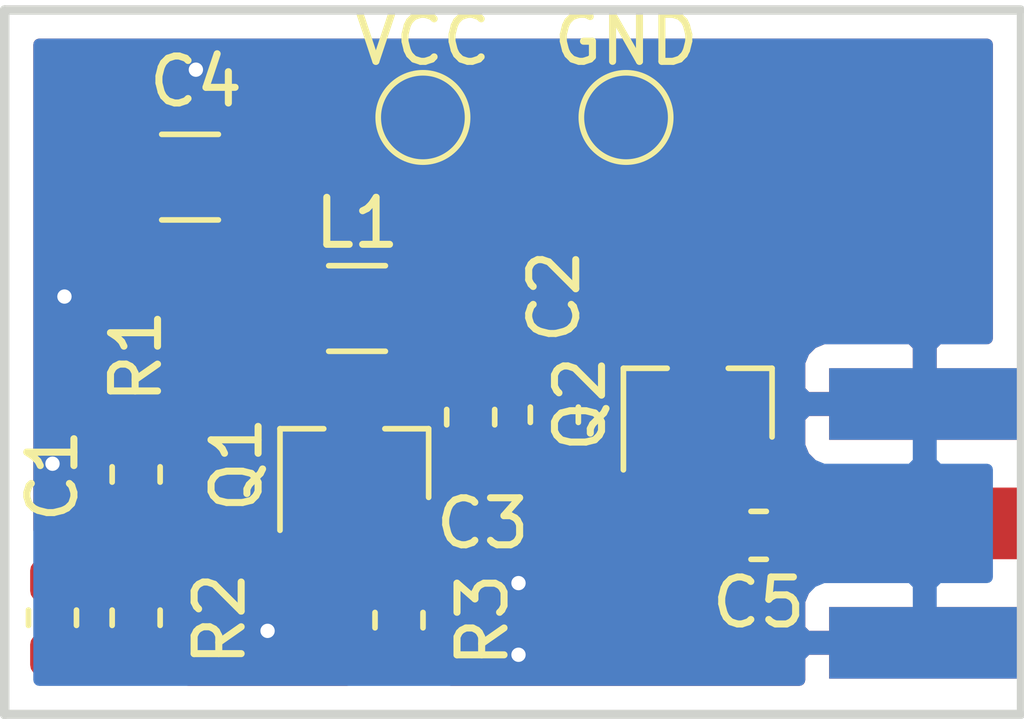
<source format=kicad_pcb>
(kicad_pcb (version 20171130) (host pcbnew "(5.0.1)-4")

  (general
    (thickness 1.6)
    (drawings 4)
    (tracks 36)
    (zones 0)
    (modules 14)
    (nets 8)
  )

  (page A4)
  (layers
    (0 F.Cu signal)
    (31 B.Cu signal)
    (32 B.Adhes user)
    (33 F.Adhes user)
    (34 B.Paste user)
    (35 F.Paste user)
    (36 B.SilkS user)
    (37 F.SilkS user)
    (38 B.Mask user)
    (39 F.Mask user)
    (40 Dwgs.User user)
    (41 Cmts.User user)
    (42 Eco1.User user)
    (43 Eco2.User user)
    (44 Edge.Cuts user)
    (45 Margin user)
    (46 B.CrtYd user)
    (47 F.CrtYd user)
    (48 B.Fab user)
    (49 F.Fab user)
  )

  (setup
    (last_trace_width 0.508)
    (user_trace_width 0.254)
    (user_trace_width 0.508)
    (user_trace_width 0.762)
    (trace_clearance 0.2032)
    (zone_clearance 0.508)
    (zone_45_only no)
    (trace_min 0.2032)
    (segment_width 0.2)
    (edge_width 0.15)
    (via_size 0.6096)
    (via_drill 0.3048)
    (via_min_size 0.6096)
    (via_min_drill 0.3048)
    (uvia_size 0.3)
    (uvia_drill 0.1)
    (uvias_allowed no)
    (uvia_min_size 0.2)
    (uvia_min_drill 0.1)
    (pcb_text_width 0.3)
    (pcb_text_size 1.5 1.5)
    (mod_edge_width 0.15)
    (mod_text_size 1 1)
    (mod_text_width 0.15)
    (pad_size 1.524 1.524)
    (pad_drill 0.762)
    (pad_to_mask_clearance 0.051)
    (solder_mask_min_width 0.25)
    (aux_axis_origin 0 0)
    (visible_elements 7FFDFFFF)
    (pcbplotparams
      (layerselection 0x010fc_ffffffff)
      (usegerberextensions false)
      (usegerberattributes false)
      (usegerberadvancedattributes false)
      (creategerberjobfile false)
      (excludeedgelayer true)
      (linewidth 0.100000)
      (plotframeref false)
      (viasonmask false)
      (mode 1)
      (useauxorigin false)
      (hpglpennumber 1)
      (hpglpenspeed 20)
      (hpglpendiameter 15.000000)
      (psnegative false)
      (psa4output false)
      (plotreference true)
      (plotvalue true)
      (plotinvisibletext false)
      (padsonsilk false)
      (subtractmaskfromsilk false)
      (outputformat 1)
      (mirror false)
      (drillshape 1)
      (scaleselection 1)
      (outputdirectory ""))
  )

  (net 0 "")
  (net 1 "Net-(C1-Pad1)")
  (net 2 GND)
  (net 3 "Net-(C2-Pad2)")
  (net 4 VCC)
  (net 5 "Net-(C3-Pad2)")
  (net 6 "Net-(C5-Pad1)")
  (net 7 "Net-(C5-Pad2)")

  (net_class Default "This is the default net class."
    (clearance 0.2032)
    (trace_width 0.2032)
    (via_dia 0.6096)
    (via_drill 0.3048)
    (uvia_dia 0.3)
    (uvia_drill 0.1)
    (diff_pair_gap 0.2032)
    (diff_pair_width 0.2032)
    (add_net GND)
    (add_net "Net-(C1-Pad1)")
    (add_net "Net-(C2-Pad2)")
    (add_net "Net-(C3-Pad2)")
    (add_net "Net-(C5-Pad1)")
    (add_net "Net-(C5-Pad2)")
    (add_net VCC)
  )

  (net_class 50Ohm ""
    (clearance 0.37)
    (trace_width 1.8)
    (via_dia 0.6096)
    (via_drill 0.3048)
    (uvia_dia 0.3)
    (uvia_drill 0.1)
    (diff_pair_gap 0.2032)
    (diff_pair_width 0.2032)
  )

  (module Capacitor_SMD:C_0603_1608Metric (layer F.Cu) (tedit 5B301BBE) (tstamp 5C6897AD)
    (at 104.394 87.0965 270)
    (descr "Capacitor SMD 0603 (1608 Metric), square (rectangular) end terminal, IPC_7351 nominal, (Body size source: http://www.tortai-tech.com/upload/download/2011102023233369053.pdf), generated with kicad-footprint-generator")
    (tags capacitor)
    (path /5C4FA57D)
    (attr smd)
    (fp_text reference C1 (at -3.0225 0 270) (layer F.SilkS)
      (effects (font (size 1 1) (thickness 0.15)))
    )
    (fp_text value 1u (at 0 1.43 270) (layer F.Fab)
      (effects (font (size 1 1) (thickness 0.15)))
    )
    (fp_line (start -0.8 0.4) (end -0.8 -0.4) (layer F.Fab) (width 0.1))
    (fp_line (start -0.8 -0.4) (end 0.8 -0.4) (layer F.Fab) (width 0.1))
    (fp_line (start 0.8 -0.4) (end 0.8 0.4) (layer F.Fab) (width 0.1))
    (fp_line (start 0.8 0.4) (end -0.8 0.4) (layer F.Fab) (width 0.1))
    (fp_line (start -0.162779 -0.51) (end 0.162779 -0.51) (layer F.SilkS) (width 0.12))
    (fp_line (start -0.162779 0.51) (end 0.162779 0.51) (layer F.SilkS) (width 0.12))
    (fp_line (start -1.48 0.73) (end -1.48 -0.73) (layer F.CrtYd) (width 0.05))
    (fp_line (start -1.48 -0.73) (end 1.48 -0.73) (layer F.CrtYd) (width 0.05))
    (fp_line (start 1.48 -0.73) (end 1.48 0.73) (layer F.CrtYd) (width 0.05))
    (fp_line (start 1.48 0.73) (end -1.48 0.73) (layer F.CrtYd) (width 0.05))
    (fp_text user %R (at 0 0 270) (layer F.Fab)
      (effects (font (size 0.4 0.4) (thickness 0.06)))
    )
    (pad 1 smd roundrect (at -0.7875 0 270) (size 0.875 0.95) (layers F.Cu F.Paste F.Mask) (roundrect_rratio 0.25)
      (net 1 "Net-(C1-Pad1)"))
    (pad 2 smd roundrect (at 0.7875 0 270) (size 0.875 0.95) (layers F.Cu F.Paste F.Mask) (roundrect_rratio 0.25)
      (net 2 GND))
    (model ${KISYS3DMOD}/Capacitor_SMD.3dshapes/C_0603_1608Metric.wrl
      (at (xyz 0 0 0))
      (scale (xyz 1 1 1))
      (rotate (xyz 0 0 0))
    )
  )

  (module Capacitor_SMD:C_0603_1608Metric (layer F.Cu) (tedit 5B301BBE) (tstamp 5C6897BE)
    (at 115.062 82.7785 270)
    (descr "Capacitor SMD 0603 (1608 Metric), square (rectangular) end terminal, IPC_7351 nominal, (Body size source: http://www.tortai-tech.com/upload/download/2011102023233369053.pdf), generated with kicad-footprint-generator")
    (tags capacitor)
    (path /5C4FA400)
    (attr smd)
    (fp_text reference C2 (at -2.5145 0 270) (layer F.SilkS)
      (effects (font (size 1 1) (thickness 0.15)))
    )
    (fp_text value 820p (at 0 1.43 270) (layer F.Fab)
      (effects (font (size 1 1) (thickness 0.15)))
    )
    (fp_text user %R (at 0 0 270) (layer F.Fab)
      (effects (font (size 0.4 0.4) (thickness 0.06)))
    )
    (fp_line (start 1.48 0.73) (end -1.48 0.73) (layer F.CrtYd) (width 0.05))
    (fp_line (start 1.48 -0.73) (end 1.48 0.73) (layer F.CrtYd) (width 0.05))
    (fp_line (start -1.48 -0.73) (end 1.48 -0.73) (layer F.CrtYd) (width 0.05))
    (fp_line (start -1.48 0.73) (end -1.48 -0.73) (layer F.CrtYd) (width 0.05))
    (fp_line (start -0.162779 0.51) (end 0.162779 0.51) (layer F.SilkS) (width 0.12))
    (fp_line (start -0.162779 -0.51) (end 0.162779 -0.51) (layer F.SilkS) (width 0.12))
    (fp_line (start 0.8 0.4) (end -0.8 0.4) (layer F.Fab) (width 0.1))
    (fp_line (start 0.8 -0.4) (end 0.8 0.4) (layer F.Fab) (width 0.1))
    (fp_line (start -0.8 -0.4) (end 0.8 -0.4) (layer F.Fab) (width 0.1))
    (fp_line (start -0.8 0.4) (end -0.8 -0.4) (layer F.Fab) (width 0.1))
    (pad 2 smd roundrect (at 0.7875 0 270) (size 0.875 0.95) (layers F.Cu F.Paste F.Mask) (roundrect_rratio 0.25)
      (net 3 "Net-(C2-Pad2)"))
    (pad 1 smd roundrect (at -0.7875 0 270) (size 0.875 0.95) (layers F.Cu F.Paste F.Mask) (roundrect_rratio 0.25)
      (net 4 VCC))
    (model ${KISYS3DMOD}/Capacitor_SMD.3dshapes/C_0603_1608Metric.wrl
      (at (xyz 0 0 0))
      (scale (xyz 1 1 1))
      (rotate (xyz 0 0 0))
    )
  )

  (module Capacitor_SMD:C_0603_1608Metric (layer F.Cu) (tedit 5B301BBE) (tstamp 5C6897CF)
    (at 113.284 82.8295 90)
    (descr "Capacitor SMD 0603 (1608 Metric), square (rectangular) end terminal, IPC_7351 nominal, (Body size source: http://www.tortai-tech.com/upload/download/2011102023233369053.pdf), generated with kicad-footprint-generator")
    (tags capacitor)
    (path /5C4F9F5D)
    (attr smd)
    (fp_text reference C3 (at -2.2605 0.254 180) (layer F.SilkS)
      (effects (font (size 1 1) (thickness 0.15)))
    )
    (fp_text value 100p (at 0 1.43 90) (layer F.Fab)
      (effects (font (size 1 1) (thickness 0.15)))
    )
    (fp_line (start -0.8 0.4) (end -0.8 -0.4) (layer F.Fab) (width 0.1))
    (fp_line (start -0.8 -0.4) (end 0.8 -0.4) (layer F.Fab) (width 0.1))
    (fp_line (start 0.8 -0.4) (end 0.8 0.4) (layer F.Fab) (width 0.1))
    (fp_line (start 0.8 0.4) (end -0.8 0.4) (layer F.Fab) (width 0.1))
    (fp_line (start -0.162779 -0.51) (end 0.162779 -0.51) (layer F.SilkS) (width 0.12))
    (fp_line (start -0.162779 0.51) (end 0.162779 0.51) (layer F.SilkS) (width 0.12))
    (fp_line (start -1.48 0.73) (end -1.48 -0.73) (layer F.CrtYd) (width 0.05))
    (fp_line (start -1.48 -0.73) (end 1.48 -0.73) (layer F.CrtYd) (width 0.05))
    (fp_line (start 1.48 -0.73) (end 1.48 0.73) (layer F.CrtYd) (width 0.05))
    (fp_line (start 1.48 0.73) (end -1.48 0.73) (layer F.CrtYd) (width 0.05))
    (fp_text user %R (at 0 0 90) (layer F.Fab)
      (effects (font (size 0.4 0.4) (thickness 0.06)))
    )
    (pad 1 smd roundrect (at -0.7875 0 90) (size 0.875 0.95) (layers F.Cu F.Paste F.Mask) (roundrect_rratio 0.25)
      (net 3 "Net-(C2-Pad2)"))
    (pad 2 smd roundrect (at 0.7875 0 90) (size 0.875 0.95) (layers F.Cu F.Paste F.Mask) (roundrect_rratio 0.25)
      (net 5 "Net-(C3-Pad2)"))
    (model ${KISYS3DMOD}/Capacitor_SMD.3dshapes/C_0603_1608Metric.wrl
      (at (xyz 0 0 0))
      (scale (xyz 1 1 1))
      (rotate (xyz 0 0 0))
    )
  )

  (module Capacitor_SMD:C_1206_3216Metric (layer F.Cu) (tedit 5B301BBE) (tstamp 5C6897E0)
    (at 107.318 77.724 180)
    (descr "Capacitor SMD 1206 (3216 Metric), square (rectangular) end terminal, IPC_7351 nominal, (Body size source: http://www.tortai-tech.com/upload/download/2011102023233369053.pdf), generated with kicad-footprint-generator")
    (tags capacitor)
    (path /5C4FB30D)
    (attr smd)
    (fp_text reference C4 (at -0.124 2.032 180) (layer F.SilkS)
      (effects (font (size 1 1) (thickness 0.15)))
    )
    (fp_text value 10u (at 0 1.82 180) (layer F.Fab)
      (effects (font (size 1 1) (thickness 0.15)))
    )
    (fp_line (start -1.6 0.8) (end -1.6 -0.8) (layer F.Fab) (width 0.1))
    (fp_line (start -1.6 -0.8) (end 1.6 -0.8) (layer F.Fab) (width 0.1))
    (fp_line (start 1.6 -0.8) (end 1.6 0.8) (layer F.Fab) (width 0.1))
    (fp_line (start 1.6 0.8) (end -1.6 0.8) (layer F.Fab) (width 0.1))
    (fp_line (start -0.602064 -0.91) (end 0.602064 -0.91) (layer F.SilkS) (width 0.12))
    (fp_line (start -0.602064 0.91) (end 0.602064 0.91) (layer F.SilkS) (width 0.12))
    (fp_line (start -2.28 1.12) (end -2.28 -1.12) (layer F.CrtYd) (width 0.05))
    (fp_line (start -2.28 -1.12) (end 2.28 -1.12) (layer F.CrtYd) (width 0.05))
    (fp_line (start 2.28 -1.12) (end 2.28 1.12) (layer F.CrtYd) (width 0.05))
    (fp_line (start 2.28 1.12) (end -2.28 1.12) (layer F.CrtYd) (width 0.05))
    (fp_text user %R (at 0 0 180) (layer F.Fab)
      (effects (font (size 0.8 0.8) (thickness 0.12)))
    )
    (pad 1 smd roundrect (at -1.4 0 180) (size 1.25 1.75) (layers F.Cu F.Paste F.Mask) (roundrect_rratio 0.2)
      (net 4 VCC))
    (pad 2 smd roundrect (at 1.4 0 180) (size 1.25 1.75) (layers F.Cu F.Paste F.Mask) (roundrect_rratio 0.2)
      (net 2 GND))
    (model ${KISYS3DMOD}/Capacitor_SMD.3dshapes/C_1206_3216Metric.wrl
      (at (xyz 0 0 0))
      (scale (xyz 1 1 1))
      (rotate (xyz 0 0 0))
    )
  )

  (module RFLego_Footprint:SMA_Edge (layer F.Cu) (tedit 5C4F5C34) (tstamp 5C6897E9)
    (at 120.904 85.09)
    (path /5C4F9E39)
    (fp_text reference J1 (at 2.1336 4.6482) (layer F.SilkS) hide
      (effects (font (size 1 1) (thickness 0.15)))
    )
    (fp_text value SMA (at 1.27 6.35) (layer F.Fab) hide
      (effects (font (size 1 1) (thickness 0.15)))
    )
    (pad 1 smd rect (at 2.032 0) (size 4.064 1.524) (layers F.Cu F.Mask)
      (net 6 "Net-(C5-Pad1)"))
    (pad 2 smd rect (at 2.032 -2.54) (size 4.064 1.524) (layers F.Cu F.Mask)
      (net 2 GND))
    (pad 2 smd rect (at 2.032 2.54) (size 4.064 1.524) (layers B.Cu B.Mask)
      (net 2 GND))
    (pad 2 smd rect (at 2.032 -2.54) (size 4.064 1.524) (layers B.Cu B.Mask)
      (net 2 GND))
    (pad 2 smd rect (at 2.032 2.54) (size 4.064 1.524) (layers F.Cu F.Mask)
      (net 2 GND))
  )

  (module Inductor_SMD:L_1206_3216Metric (layer F.Cu) (tedit 5B301BBE) (tstamp 5C6897FA)
    (at 110.868 80.518)
    (descr "Inductor SMD 1206 (3216 Metric), square (rectangular) end terminal, IPC_7351 nominal, (Body size source: http://www.tortai-tech.com/upload/download/2011102023233369053.pdf), generated with kicad-footprint-generator")
    (tags inductor)
    (path /5C4F9F94)
    (attr smd)
    (fp_text reference L1 (at 0 -1.82) (layer F.SilkS)
      (effects (font (size 1 1) (thickness 0.15)))
    )
    (fp_text value L (at 0 1.82) (layer F.Fab)
      (effects (font (size 1 1) (thickness 0.15)))
    )
    (fp_line (start -1.6 0.8) (end -1.6 -0.8) (layer F.Fab) (width 0.1))
    (fp_line (start -1.6 -0.8) (end 1.6 -0.8) (layer F.Fab) (width 0.1))
    (fp_line (start 1.6 -0.8) (end 1.6 0.8) (layer F.Fab) (width 0.1))
    (fp_line (start 1.6 0.8) (end -1.6 0.8) (layer F.Fab) (width 0.1))
    (fp_line (start -0.602064 -0.91) (end 0.602064 -0.91) (layer F.SilkS) (width 0.12))
    (fp_line (start -0.602064 0.91) (end 0.602064 0.91) (layer F.SilkS) (width 0.12))
    (fp_line (start -2.28 1.12) (end -2.28 -1.12) (layer F.CrtYd) (width 0.05))
    (fp_line (start -2.28 -1.12) (end 2.28 -1.12) (layer F.CrtYd) (width 0.05))
    (fp_line (start 2.28 -1.12) (end 2.28 1.12) (layer F.CrtYd) (width 0.05))
    (fp_line (start 2.28 1.12) (end -2.28 1.12) (layer F.CrtYd) (width 0.05))
    (fp_text user %R (at 0 0) (layer F.Fab)
      (effects (font (size 0.8 0.8) (thickness 0.12)))
    )
    (pad 1 smd roundrect (at -1.4 0) (size 1.25 1.75) (layers F.Cu F.Paste F.Mask) (roundrect_rratio 0.2)
      (net 4 VCC))
    (pad 2 smd roundrect (at 1.4 0) (size 1.25 1.75) (layers F.Cu F.Paste F.Mask) (roundrect_rratio 0.2)
      (net 5 "Net-(C3-Pad2)"))
    (model ${KISYS3DMOD}/Inductor_SMD.3dshapes/L_1206_3216Metric.wrl
      (at (xyz 0 0 0))
      (scale (xyz 1 1 1))
      (rotate (xyz 0 0 0))
    )
  )

  (module Package_TO_SOT_SMD:SOT-23 (layer F.Cu) (tedit 5A02FF57) (tstamp 5C68980F)
    (at 110.81 83.836 90)
    (descr "SOT-23, Standard")
    (tags SOT-23)
    (path /5C4F9EC5)
    (attr smd)
    (fp_text reference Q1 (at 0 -2.5 90) (layer F.SilkS)
      (effects (font (size 1 1) (thickness 0.15)))
    )
    (fp_text value BC817 (at 0 2.5 90) (layer F.Fab)
      (effects (font (size 1 1) (thickness 0.15)))
    )
    (fp_text user %R (at 0 0 180) (layer F.Fab)
      (effects (font (size 0.5 0.5) (thickness 0.075)))
    )
    (fp_line (start -0.7 -0.95) (end -0.7 1.5) (layer F.Fab) (width 0.1))
    (fp_line (start -0.15 -1.52) (end 0.7 -1.52) (layer F.Fab) (width 0.1))
    (fp_line (start -0.7 -0.95) (end -0.15 -1.52) (layer F.Fab) (width 0.1))
    (fp_line (start 0.7 -1.52) (end 0.7 1.52) (layer F.Fab) (width 0.1))
    (fp_line (start -0.7 1.52) (end 0.7 1.52) (layer F.Fab) (width 0.1))
    (fp_line (start 0.76 1.58) (end 0.76 0.65) (layer F.SilkS) (width 0.12))
    (fp_line (start 0.76 -1.58) (end 0.76 -0.65) (layer F.SilkS) (width 0.12))
    (fp_line (start -1.7 -1.75) (end 1.7 -1.75) (layer F.CrtYd) (width 0.05))
    (fp_line (start 1.7 -1.75) (end 1.7 1.75) (layer F.CrtYd) (width 0.05))
    (fp_line (start 1.7 1.75) (end -1.7 1.75) (layer F.CrtYd) (width 0.05))
    (fp_line (start -1.7 1.75) (end -1.7 -1.75) (layer F.CrtYd) (width 0.05))
    (fp_line (start 0.76 -1.58) (end -1.4 -1.58) (layer F.SilkS) (width 0.12))
    (fp_line (start 0.76 1.58) (end -0.7 1.58) (layer F.SilkS) (width 0.12))
    (pad 1 smd rect (at -1 -0.95 90) (size 0.9 0.8) (layers F.Cu F.Paste F.Mask)
      (net 1 "Net-(C1-Pad1)"))
    (pad 2 smd rect (at -1 0.95 90) (size 0.9 0.8) (layers F.Cu F.Paste F.Mask)
      (net 3 "Net-(C2-Pad2)"))
    (pad 3 smd rect (at 1 0 90) (size 0.9 0.8) (layers F.Cu F.Paste F.Mask)
      (net 5 "Net-(C3-Pad2)"))
    (model ${KISYS3DMOD}/Package_TO_SOT_SMD.3dshapes/SOT-23.wrl
      (at (xyz 0 0 0))
      (scale (xyz 1 1 1))
      (rotate (xyz 0 0 0))
    )
  )

  (module Resistor_SMD:R_0603_1608Metric (layer F.Cu) (tedit 5B301BBD) (tstamp 5C689820)
    (at 106.172 84.0485 270)
    (descr "Resistor SMD 0603 (1608 Metric), square (rectangular) end terminal, IPC_7351 nominal, (Body size source: http://www.tortai-tech.com/upload/download/2011102023233369053.pdf), generated with kicad-footprint-generator")
    (tags resistor)
    (path /5C4F9F28)
    (attr smd)
    (fp_text reference R1 (at -2.5145 0 270) (layer F.SilkS)
      (effects (font (size 1 1) (thickness 0.15)))
    )
    (fp_text value 15k (at 0 1.43 270) (layer F.Fab)
      (effects (font (size 1 1) (thickness 0.15)))
    )
    (fp_line (start -0.8 0.4) (end -0.8 -0.4) (layer F.Fab) (width 0.1))
    (fp_line (start -0.8 -0.4) (end 0.8 -0.4) (layer F.Fab) (width 0.1))
    (fp_line (start 0.8 -0.4) (end 0.8 0.4) (layer F.Fab) (width 0.1))
    (fp_line (start 0.8 0.4) (end -0.8 0.4) (layer F.Fab) (width 0.1))
    (fp_line (start -0.162779 -0.51) (end 0.162779 -0.51) (layer F.SilkS) (width 0.12))
    (fp_line (start -0.162779 0.51) (end 0.162779 0.51) (layer F.SilkS) (width 0.12))
    (fp_line (start -1.48 0.73) (end -1.48 -0.73) (layer F.CrtYd) (width 0.05))
    (fp_line (start -1.48 -0.73) (end 1.48 -0.73) (layer F.CrtYd) (width 0.05))
    (fp_line (start 1.48 -0.73) (end 1.48 0.73) (layer F.CrtYd) (width 0.05))
    (fp_line (start 1.48 0.73) (end -1.48 0.73) (layer F.CrtYd) (width 0.05))
    (fp_text user %R (at 0 0 270) (layer F.Fab)
      (effects (font (size 0.4 0.4) (thickness 0.06)))
    )
    (pad 1 smd roundrect (at -0.7875 0 270) (size 0.875 0.95) (layers F.Cu F.Paste F.Mask) (roundrect_rratio 0.25)
      (net 4 VCC))
    (pad 2 smd roundrect (at 0.7875 0 270) (size 0.875 0.95) (layers F.Cu F.Paste F.Mask) (roundrect_rratio 0.25)
      (net 1 "Net-(C1-Pad1)"))
    (model ${KISYS3DMOD}/Resistor_SMD.3dshapes/R_0603_1608Metric.wrl
      (at (xyz 0 0 0))
      (scale (xyz 1 1 1))
      (rotate (xyz 0 0 0))
    )
  )

  (module Resistor_SMD:R_0603_1608Metric (layer F.Cu) (tedit 5B301BBD) (tstamp 5C689831)
    (at 106.172 87.0965 270)
    (descr "Resistor SMD 0603 (1608 Metric), square (rectangular) end terminal, IPC_7351 nominal, (Body size source: http://www.tortai-tech.com/upload/download/2011102023233369053.pdf), generated with kicad-footprint-generator")
    (tags resistor)
    (path /5C4FA233)
    (attr smd)
    (fp_text reference R2 (at 0.0255 -1.778 270) (layer F.SilkS)
      (effects (font (size 1 1) (thickness 0.15)))
    )
    (fp_text value 22k (at 0 1.43 270) (layer F.Fab)
      (effects (font (size 1 1) (thickness 0.15)))
    )
    (fp_line (start -0.8 0.4) (end -0.8 -0.4) (layer F.Fab) (width 0.1))
    (fp_line (start -0.8 -0.4) (end 0.8 -0.4) (layer F.Fab) (width 0.1))
    (fp_line (start 0.8 -0.4) (end 0.8 0.4) (layer F.Fab) (width 0.1))
    (fp_line (start 0.8 0.4) (end -0.8 0.4) (layer F.Fab) (width 0.1))
    (fp_line (start -0.162779 -0.51) (end 0.162779 -0.51) (layer F.SilkS) (width 0.12))
    (fp_line (start -0.162779 0.51) (end 0.162779 0.51) (layer F.SilkS) (width 0.12))
    (fp_line (start -1.48 0.73) (end -1.48 -0.73) (layer F.CrtYd) (width 0.05))
    (fp_line (start -1.48 -0.73) (end 1.48 -0.73) (layer F.CrtYd) (width 0.05))
    (fp_line (start 1.48 -0.73) (end 1.48 0.73) (layer F.CrtYd) (width 0.05))
    (fp_line (start 1.48 0.73) (end -1.48 0.73) (layer F.CrtYd) (width 0.05))
    (fp_text user %R (at 0 0 270) (layer F.Fab)
      (effects (font (size 0.4 0.4) (thickness 0.06)))
    )
    (pad 1 smd roundrect (at -0.7875 0 270) (size 0.875 0.95) (layers F.Cu F.Paste F.Mask) (roundrect_rratio 0.25)
      (net 1 "Net-(C1-Pad1)"))
    (pad 2 smd roundrect (at 0.7875 0 270) (size 0.875 0.95) (layers F.Cu F.Paste F.Mask) (roundrect_rratio 0.25)
      (net 2 GND))
    (model ${KISYS3DMOD}/Resistor_SMD.3dshapes/R_0603_1608Metric.wrl
      (at (xyz 0 0 0))
      (scale (xyz 1 1 1))
      (rotate (xyz 0 0 0))
    )
  )

  (module Resistor_SMD:R_0603_1608Metric (layer F.Cu) (tedit 5B301BBD) (tstamp 5C689842)
    (at 111.76 87.1475 270)
    (descr "Resistor SMD 0603 (1608 Metric), square (rectangular) end terminal, IPC_7351 nominal, (Body size source: http://www.tortai-tech.com/upload/download/2011102023233369053.pdf), generated with kicad-footprint-generator")
    (tags resistor)
    (path /5C4FA1F5)
    (attr smd)
    (fp_text reference R3 (at 0 -1.778 270) (layer F.SilkS)
      (effects (font (size 1 1) (thickness 0.15)))
    )
    (fp_text value 1k (at 0 1.43 270) (layer F.Fab)
      (effects (font (size 1 1) (thickness 0.15)))
    )
    (fp_text user %R (at 0 0 270) (layer F.Fab)
      (effects (font (size 0.4 0.4) (thickness 0.06)))
    )
    (fp_line (start 1.48 0.73) (end -1.48 0.73) (layer F.CrtYd) (width 0.05))
    (fp_line (start 1.48 -0.73) (end 1.48 0.73) (layer F.CrtYd) (width 0.05))
    (fp_line (start -1.48 -0.73) (end 1.48 -0.73) (layer F.CrtYd) (width 0.05))
    (fp_line (start -1.48 0.73) (end -1.48 -0.73) (layer F.CrtYd) (width 0.05))
    (fp_line (start -0.162779 0.51) (end 0.162779 0.51) (layer F.SilkS) (width 0.12))
    (fp_line (start -0.162779 -0.51) (end 0.162779 -0.51) (layer F.SilkS) (width 0.12))
    (fp_line (start 0.8 0.4) (end -0.8 0.4) (layer F.Fab) (width 0.1))
    (fp_line (start 0.8 -0.4) (end 0.8 0.4) (layer F.Fab) (width 0.1))
    (fp_line (start -0.8 -0.4) (end 0.8 -0.4) (layer F.Fab) (width 0.1))
    (fp_line (start -0.8 0.4) (end -0.8 -0.4) (layer F.Fab) (width 0.1))
    (pad 2 smd roundrect (at 0.7875 0 270) (size 0.875 0.95) (layers F.Cu F.Paste F.Mask) (roundrect_rratio 0.25)
      (net 2 GND))
    (pad 1 smd roundrect (at -0.7875 0 270) (size 0.875 0.95) (layers F.Cu F.Paste F.Mask) (roundrect_rratio 0.25)
      (net 3 "Net-(C2-Pad2)"))
    (model ${KISYS3DMOD}/Resistor_SMD.3dshapes/R_0603_1608Metric.wrl
      (at (xyz 0 0 0))
      (scale (xyz 1 1 1))
      (rotate (xyz 0 0 0))
    )
  )

  (module TestPoint:TestPoint_Pad_D1.5mm (layer F.Cu) (tedit 5C4F5BFF) (tstamp 5C68984A)
    (at 112.268 76.454)
    (descr "SMD pad as test Point, diameter 1.5mm")
    (tags "test point SMD pad")
    (path /5C4FA070)
    (attr virtual)
    (fp_text reference VCC (at 0 -1.648) (layer F.SilkS)
      (effects (font (size 1 1) (thickness 0.15)))
    )
    (fp_text value TestPoint (at 0 1.75) (layer F.Fab)
      (effects (font (size 1 1) (thickness 0.15)))
    )
    (fp_text user %R (at 0 -1.65) (layer F.Fab)
      (effects (font (size 1 1) (thickness 0.15)))
    )
    (fp_circle (center 0 0) (end 1.25 0) (layer F.CrtYd) (width 0.05))
    (fp_circle (center 0 0) (end 0 0.95) (layer F.SilkS) (width 0.12))
    (pad 1 smd circle (at 0 0) (size 1.5 1.5) (layers F.Cu F.Mask)
      (net 4 VCC))
  )

  (module TestPoint:TestPoint_Pad_D1.5mm (layer F.Cu) (tedit 5C4F5C13) (tstamp 5C689852)
    (at 116.586 76.454)
    (descr "SMD pad as test Point, diameter 1.5mm")
    (tags "test point SMD pad")
    (path /5C4FA0F8)
    (attr virtual)
    (fp_text reference GND (at 0 -1.648) (layer F.SilkS)
      (effects (font (size 1 1) (thickness 0.15)))
    )
    (fp_text value TestPoint (at 0 1.75) (layer F.Fab)
      (effects (font (size 1 1) (thickness 0.15)))
    )
    (fp_circle (center 0 0) (end 0 0.95) (layer F.SilkS) (width 0.12))
    (fp_circle (center 0 0) (end 1.25 0) (layer F.CrtYd) (width 0.05))
    (fp_text user %R (at 0 -1.65) (layer F.Fab)
      (effects (font (size 1 1) (thickness 0.15)))
    )
    (pad 1 smd circle (at 0 0) (size 1.5 1.5) (layers F.Cu F.Mask)
      (net 2 GND))
  )

  (module Capacitor_SMD:C_0603_1608Metric (layer F.Cu) (tedit 5B301BBE) (tstamp 5C4F60D6)
    (at 119.4055 85.344 180)
    (descr "Capacitor SMD 0603 (1608 Metric), square (rectangular) end terminal, IPC_7351 nominal, (Body size source: http://www.tortai-tech.com/upload/download/2011102023233369053.pdf), generated with kicad-footprint-generator")
    (tags capacitor)
    (path /5C4FBED1)
    (attr smd)
    (fp_text reference C5 (at 0 -1.43 180) (layer F.SilkS)
      (effects (font (size 1 1) (thickness 0.15)))
    )
    (fp_text value 1u (at 0 1.43 180) (layer F.Fab)
      (effects (font (size 1 1) (thickness 0.15)))
    )
    (fp_line (start -0.8 0.4) (end -0.8 -0.4) (layer F.Fab) (width 0.1))
    (fp_line (start -0.8 -0.4) (end 0.8 -0.4) (layer F.Fab) (width 0.1))
    (fp_line (start 0.8 -0.4) (end 0.8 0.4) (layer F.Fab) (width 0.1))
    (fp_line (start 0.8 0.4) (end -0.8 0.4) (layer F.Fab) (width 0.1))
    (fp_line (start -0.162779 -0.51) (end 0.162779 -0.51) (layer F.SilkS) (width 0.12))
    (fp_line (start -0.162779 0.51) (end 0.162779 0.51) (layer F.SilkS) (width 0.12))
    (fp_line (start -1.48 0.73) (end -1.48 -0.73) (layer F.CrtYd) (width 0.05))
    (fp_line (start -1.48 -0.73) (end 1.48 -0.73) (layer F.CrtYd) (width 0.05))
    (fp_line (start 1.48 -0.73) (end 1.48 0.73) (layer F.CrtYd) (width 0.05))
    (fp_line (start 1.48 0.73) (end -1.48 0.73) (layer F.CrtYd) (width 0.05))
    (fp_text user %R (at 0 0 180) (layer F.Fab)
      (effects (font (size 0.4 0.4) (thickness 0.06)))
    )
    (pad 1 smd roundrect (at -0.7875 0 180) (size 0.875 0.95) (layers F.Cu F.Paste F.Mask) (roundrect_rratio 0.25)
      (net 6 "Net-(C5-Pad1)"))
    (pad 2 smd roundrect (at 0.7875 0 180) (size 0.875 0.95) (layers F.Cu F.Paste F.Mask) (roundrect_rratio 0.25)
      (net 7 "Net-(C5-Pad2)"))
    (model ${KISYS3DMOD}/Capacitor_SMD.3dshapes/C_0603_1608Metric.wrl
      (at (xyz 0 0 0))
      (scale (xyz 1 1 1))
      (rotate (xyz 0 0 0))
    )
  )

  (module Package_TO_SOT_SMD:SOT-23 (layer F.Cu) (tedit 5A02FF57) (tstamp 5C4F609E)
    (at 118.11 82.55 90)
    (descr "SOT-23, Standard")
    (tags SOT-23)
    (path /5C4FBD68)
    (attr smd)
    (fp_text reference Q2 (at 0 -2.5 90) (layer F.SilkS)
      (effects (font (size 1 1) (thickness 0.15)))
    )
    (fp_text value BC817 (at 0 2.5 90) (layer F.Fab)
      (effects (font (size 1 1) (thickness 0.15)))
    )
    (fp_text user %R (at 0 0 180) (layer F.Fab)
      (effects (font (size 0.5 0.5) (thickness 0.075)))
    )
    (fp_line (start -0.7 -0.95) (end -0.7 1.5) (layer F.Fab) (width 0.1))
    (fp_line (start -0.15 -1.52) (end 0.7 -1.52) (layer F.Fab) (width 0.1))
    (fp_line (start -0.7 -0.95) (end -0.15 -1.52) (layer F.Fab) (width 0.1))
    (fp_line (start 0.7 -1.52) (end 0.7 1.52) (layer F.Fab) (width 0.1))
    (fp_line (start -0.7 1.52) (end 0.7 1.52) (layer F.Fab) (width 0.1))
    (fp_line (start 0.76 1.58) (end 0.76 0.65) (layer F.SilkS) (width 0.12))
    (fp_line (start 0.76 -1.58) (end 0.76 -0.65) (layer F.SilkS) (width 0.12))
    (fp_line (start -1.7 -1.75) (end 1.7 -1.75) (layer F.CrtYd) (width 0.05))
    (fp_line (start 1.7 -1.75) (end 1.7 1.75) (layer F.CrtYd) (width 0.05))
    (fp_line (start 1.7 1.75) (end -1.7 1.75) (layer F.CrtYd) (width 0.05))
    (fp_line (start -1.7 1.75) (end -1.7 -1.75) (layer F.CrtYd) (width 0.05))
    (fp_line (start 0.76 -1.58) (end -1.4 -1.58) (layer F.SilkS) (width 0.12))
    (fp_line (start 0.76 1.58) (end -0.7 1.58) (layer F.SilkS) (width 0.12))
    (pad 1 smd rect (at -1 -0.95 90) (size 0.9 0.8) (layers F.Cu F.Paste F.Mask)
      (net 3 "Net-(C2-Pad2)"))
    (pad 2 smd rect (at -1 0.95 90) (size 0.9 0.8) (layers F.Cu F.Paste F.Mask)
      (net 7 "Net-(C5-Pad2)"))
    (pad 3 smd rect (at 1 0 90) (size 0.9 0.8) (layers F.Cu F.Paste F.Mask)
      (net 4 VCC))
    (model ${KISYS3DMOD}/Package_TO_SOT_SMD.3dshapes/SOT-23.wrl
      (at (xyz 0 0 0))
      (scale (xyz 1 1 1))
      (rotate (xyz 0 0 0))
    )
  )

  (gr_line (start 124.968 74.168) (end 124.968 89.154) (layer Edge.Cuts) (width 0.15))
  (gr_line (start 103.378 89.154) (end 103.378 74.168) (layer Edge.Cuts) (width 0.2))
  (gr_line (start 124.968 89.154) (end 103.378 89.154) (layer Edge.Cuts) (width 0.2))
  (gr_line (start 103.378 74.168) (end 124.968 74.168) (layer Edge.Cuts) (width 0.2))

  (segment (start 106.172 84.836) (end 106.172 86.309) (width 0.508) (layer F.Cu) (net 1))
  (segment (start 104.394 86.309) (end 106.172 86.309) (width 0.508) (layer F.Cu) (net 1))
  (segment (start 106.934 84.836) (end 106.172 84.836) (width 0.508) (layer F.Cu) (net 1))
  (segment (start 109.86 84.836) (end 106.172 84.836) (width 0.508) (layer F.Cu) (net 1))
  (via (at 114.3 87.884) (size 0.6096) (drill 0.3048) (layers F.Cu B.Cu) (net 2))
  (via (at 114.3 86.36) (size 0.6096) (drill 0.3048) (layers F.Cu B.Cu) (net 2))
  (via (at 108.966 87.376) (size 0.6096) (drill 0.3048) (layers F.Cu B.Cu) (net 2))
  (via (at 104.394 83.82) (size 0.6096) (drill 0.3048) (layers F.Cu B.Cu) (net 2))
  (via (at 104.648 80.264) (size 0.6096) (drill 0.3048) (layers F.Cu B.Cu) (net 2))
  (via (at 107.442 75.438) (size 0.6096) (drill 0.3048) (layers F.Cu B.Cu) (net 2))
  (segment (start 115.011 83.617) (end 115.062 83.566) (width 0.508) (layer F.Cu) (net 3))
  (segment (start 113.284 83.617) (end 115.011 83.617) (width 0.508) (layer F.Cu) (net 3))
  (segment (start 112.065 84.836) (end 113.284 83.617) (width 0.508) (layer F.Cu) (net 3))
  (segment (start 111.76 84.836) (end 112.065 84.836) (width 0.508) (layer F.Cu) (net 3))
  (segment (start 111.76 84.836) (end 111.76 86.36) (width 0.508) (layer F.Cu) (net 3))
  (segment (start 115.062 83.566) (end 116.586 83.566) (width 0.508) (layer F.Cu) (net 3))
  (segment (start 116.602 83.55) (end 117.16 83.55) (width 0.508) (layer F.Cu) (net 3))
  (segment (start 116.586 83.566) (end 116.602 83.55) (width 0.508) (layer F.Cu) (net 3))
  (segment (start 108.718 79.768) (end 109.468 80.518) (width 0.762) (layer F.Cu) (net 4))
  (segment (start 108.718 77.724) (end 108.718 79.768) (width 0.762) (layer F.Cu) (net 4))
  (segment (start 108.915 80.518) (end 106.172 83.261) (width 0.762) (layer F.Cu) (net 4))
  (segment (start 109.468 80.518) (end 108.915 80.518) (width 0.762) (layer F.Cu) (net 4))
  (segment (start 109.988 76.454) (end 108.718 77.724) (width 0.762) (layer F.Cu) (net 4))
  (segment (start 112.268 76.454) (end 109.988 76.454) (width 0.762) (layer F.Cu) (net 4))
  (segment (start 115.062 79.248) (end 115.062 81.991) (width 0.762) (layer F.Cu) (net 4))
  (segment (start 112.268 76.454) (end 115.062 79.248) (width 0.762) (layer F.Cu) (net 4))
  (segment (start 115.503 81.55) (end 115.062 81.991) (width 0.508) (layer F.Cu) (net 4))
  (segment (start 118.11 81.55) (end 115.503 81.55) (width 0.508) (layer F.Cu) (net 4))
  (segment (start 110.81 81.976) (end 112.268 80.518) (width 0.508) (layer F.Cu) (net 5))
  (segment (start 110.81 82.836) (end 110.81 81.976) (width 0.508) (layer F.Cu) (net 5))
  (segment (start 112.268 81.026) (end 113.284 82.042) (width 0.508) (layer F.Cu) (net 5))
  (segment (start 112.268 80.518) (end 112.268 81.026) (width 0.508) (layer F.Cu) (net 5))
  (segment (start 122.936 85.344) (end 123.19 85.09) (width 0.508) (layer F.Cu) (net 6))
  (segment (start 120.193 85.344) (end 122.936 85.344) (width 0.508) (layer F.Cu) (net 6))
  (segment (start 119.06 84.902) (end 118.618 85.344) (width 0.508) (layer F.Cu) (net 7))
  (segment (start 119.06 83.55) (end 119.06 84.902) (width 0.508) (layer F.Cu) (net 7))

  (zone (net 2) (net_name GND) (layer F.Cu) (tstamp 0) (hatch edge 0.508)
    (connect_pads (clearance 0.508))
    (min_thickness 0.254)
    (fill yes (arc_segments 16) (thermal_gap 0.508) (thermal_bridge_width 0.508))
    (polygon
      (pts
        (xy 124.968 89.154) (xy 124.968 74.168) (xy 103.378 74.168) (xy 103.378 89.154)
      )
    )
    (filled_polygon
      (pts
        (xy 116.302191 84.457809) (xy 116.512235 84.598157) (xy 116.76 84.64744) (xy 117.56 84.64744) (xy 117.688838 84.621813)
        (xy 117.598995 84.756273) (xy 117.53306 85.08775) (xy 117.53306 85.60025) (xy 117.598995 85.931727) (xy 117.786761 86.212739)
        (xy 118.067773 86.400505) (xy 118.39925 86.46644) (xy 118.83675 86.46644) (xy 119.168227 86.400505) (xy 119.4055 86.241964)
        (xy 119.642773 86.400505) (xy 119.97425 86.46644) (xy 120.407534 86.46644) (xy 120.365673 86.508301) (xy 120.269 86.74169)
        (xy 120.269 87.34425) (xy 120.42775 87.503) (xy 122.809 87.503) (xy 122.809 87.483) (xy 123.063 87.483)
        (xy 123.063 87.503) (xy 123.083 87.503) (xy 123.083 87.757) (xy 123.063 87.757) (xy 123.063 87.777)
        (xy 122.809 87.777) (xy 122.809 87.757) (xy 120.42775 87.757) (xy 120.269 87.91575) (xy 120.269 88.419)
        (xy 112.87 88.419) (xy 112.87 88.22075) (xy 112.71125 88.062) (xy 111.887 88.062) (xy 111.887 88.082)
        (xy 111.633 88.082) (xy 111.633 88.062) (xy 110.80875 88.062) (xy 110.65 88.22075) (xy 110.65 88.419)
        (xy 107.282 88.419) (xy 107.282 88.16975) (xy 107.12325 88.011) (xy 106.299 88.011) (xy 106.299 88.031)
        (xy 106.045 88.031) (xy 106.045 88.011) (xy 104.521 88.011) (xy 104.521 88.031) (xy 104.267 88.031)
        (xy 104.267 88.011) (xy 104.247 88.011) (xy 104.247 87.757) (xy 104.267 87.757) (xy 104.267 87.737)
        (xy 104.521 87.737) (xy 104.521 87.757) (xy 106.045 87.757) (xy 106.045 87.737) (xy 106.299 87.737)
        (xy 106.299 87.757) (xy 107.12325 87.757) (xy 107.282 87.59825) (xy 107.282 87.320191) (xy 107.185327 87.086802)
        (xy 107.120057 87.021531) (xy 107.228505 86.859227) (xy 107.29444 86.52775) (xy 107.29444 86.09025) (xy 107.228505 85.758773)
        (xy 107.205939 85.725) (xy 108.989623 85.725) (xy 109.002191 85.743809) (xy 109.212235 85.884157) (xy 109.46 85.93344)
        (xy 110.26 85.93344) (xy 110.507765 85.884157) (xy 110.717809 85.743809) (xy 110.81 85.605836) (xy 110.82488 85.628107)
        (xy 110.703495 85.809773) (xy 110.63756 86.14125) (xy 110.63756 86.57875) (xy 110.703495 86.910227) (xy 110.811943 87.072531)
        (xy 110.746673 87.137802) (xy 110.65 87.371191) (xy 110.65 87.64925) (xy 110.80875 87.808) (xy 111.633 87.808)
        (xy 111.633 87.788) (xy 111.887 87.788) (xy 111.887 87.808) (xy 112.71125 87.808) (xy 112.87 87.64925)
        (xy 112.87 87.371191) (xy 112.773327 87.137802) (xy 112.708057 87.072531) (xy 112.816505 86.910227) (xy 112.88244 86.57875)
        (xy 112.88244 86.14125) (xy 112.816505 85.809773) (xy 112.69512 85.628107) (xy 112.758157 85.533765) (xy 112.791351 85.366884)
        (xy 113.456296 84.70194) (xy 113.54025 84.70194) (xy 113.871727 84.636005) (xy 114.066293 84.506) (xy 114.356034 84.506)
        (xy 114.474273 84.585005) (xy 114.80575 84.65094) (xy 115.31825 84.65094) (xy 115.649727 84.585005) (xy 115.844293 84.455)
        (xy 116.300314 84.455)
      )
    )
    (filled_polygon
      (pts
        (xy 124.258 81.153) (xy 123.22175 81.153) (xy 123.063 81.31175) (xy 123.063 82.423) (xy 123.083 82.423)
        (xy 123.083 82.677) (xy 123.063 82.677) (xy 123.063 82.697) (xy 122.809 82.697) (xy 122.809 82.677)
        (xy 120.42775 82.677) (xy 120.269 82.83575) (xy 120.269 83.43831) (xy 120.365673 83.671699) (xy 120.516912 83.822937)
        (xy 120.446191 83.870191) (xy 120.305843 84.080235) (xy 120.277732 84.22156) (xy 120.063369 84.22156) (xy 120.10744 84)
        (xy 120.10744 83.1) (xy 120.058157 82.852235) (xy 119.917809 82.642191) (xy 119.707765 82.501843) (xy 119.46 82.45256)
        (xy 118.971316 82.45256) (xy 119.108157 82.247765) (xy 119.15744 82) (xy 119.15744 81.66169) (xy 120.269 81.66169)
        (xy 120.269 82.26425) (xy 120.42775 82.423) (xy 122.809 82.423) (xy 122.809 81.31175) (xy 122.65025 81.153)
        (xy 120.777691 81.153) (xy 120.544302 81.249673) (xy 120.365673 81.428301) (xy 120.269 81.66169) (xy 119.15744 81.66169)
        (xy 119.15744 81.1) (xy 119.108157 80.852235) (xy 118.967809 80.642191) (xy 118.757765 80.501843) (xy 118.51 80.45256)
        (xy 117.71 80.45256) (xy 117.462235 80.501843) (xy 117.252191 80.642191) (xy 117.239623 80.661) (xy 116.078 80.661)
        (xy 116.078 79.348064) (xy 116.097904 79.248) (xy 116.061279 79.063874) (xy 116.019051 78.851577) (xy 115.794495 78.515505)
        (xy 115.709664 78.458823) (xy 114.676358 77.425517) (xy 115.794088 77.425517) (xy 115.862077 77.66646) (xy 116.381171 77.851201)
        (xy 116.931448 77.82323) (xy 117.309923 77.66646) (xy 117.377912 77.425517) (xy 116.586 76.633605) (xy 115.794088 77.425517)
        (xy 114.676358 77.425517) (xy 113.653 76.40216) (xy 113.653 76.249171) (xy 115.188799 76.249171) (xy 115.21677 76.799448)
        (xy 115.37354 77.177923) (xy 115.614483 77.245912) (xy 116.406395 76.454) (xy 116.765605 76.454) (xy 117.557517 77.245912)
        (xy 117.79846 77.177923) (xy 117.983201 76.658829) (xy 117.95523 76.108552) (xy 117.79846 75.730077) (xy 117.557517 75.662088)
        (xy 116.765605 76.454) (xy 116.406395 76.454) (xy 115.614483 75.662088) (xy 115.37354 75.730077) (xy 115.188799 76.249171)
        (xy 113.653 76.249171) (xy 113.653 76.178506) (xy 113.442147 75.66946) (xy 113.25517 75.482483) (xy 115.794088 75.482483)
        (xy 116.586 76.274395) (xy 117.377912 75.482483) (xy 117.309923 75.24154) (xy 116.790829 75.056799) (xy 116.240552 75.08477)
        (xy 115.862077 75.24154) (xy 115.794088 75.482483) (xy 113.25517 75.482483) (xy 113.05254 75.279853) (xy 112.543494 75.069)
        (xy 111.992506 75.069) (xy 111.48346 75.279853) (xy 111.325313 75.438) (xy 110.088063 75.438) (xy 109.987999 75.418096)
        (xy 109.887935 75.438) (xy 109.591577 75.496949) (xy 109.591576 75.49695) (xy 109.591575 75.49695) (xy 109.497375 75.559893)
        (xy 109.255505 75.721505) (xy 109.198822 75.806337) (xy 108.803599 76.20156) (xy 108.343 76.20156) (xy 107.999565 76.269874)
        (xy 107.708414 76.464414) (xy 107.513874 76.755565) (xy 107.44556 77.099) (xy 107.44556 78.349) (xy 107.513874 78.692435)
        (xy 107.702001 78.973988) (xy 107.702001 79.667932) (xy 107.682096 79.768) (xy 107.76095 80.164423) (xy 107.789303 80.206856)
        (xy 105.79635 82.19981) (xy 105.584273 82.241995) (xy 105.303261 82.429761) (xy 105.115495 82.710773) (xy 105.04956 83.04225)
        (xy 105.04956 83.47975) (xy 105.115495 83.811227) (xy 105.274036 84.0485) (xy 105.115495 84.285773) (xy 105.04956 84.61725)
        (xy 105.04956 85.05475) (xy 105.113923 85.378326) (xy 104.981727 85.289995) (xy 104.65025 85.22406) (xy 104.13775 85.22406)
        (xy 104.113 85.228983) (xy 104.113 78.00975) (xy 104.658 78.00975) (xy 104.658 78.72531) (xy 104.754673 78.958699)
        (xy 104.933302 79.137327) (xy 105.166691 79.234) (xy 105.63225 79.234) (xy 105.791 79.07525) (xy 105.791 77.851)
        (xy 106.045 77.851) (xy 106.045 79.07525) (xy 106.20375 79.234) (xy 106.669309 79.234) (xy 106.902698 79.137327)
        (xy 107.081327 78.958699) (xy 107.178 78.72531) (xy 107.178 78.00975) (xy 107.01925 77.851) (xy 106.045 77.851)
        (xy 105.791 77.851) (xy 104.81675 77.851) (xy 104.658 78.00975) (xy 104.113 78.00975) (xy 104.113 76.72269)
        (xy 104.658 76.72269) (xy 104.658 77.43825) (xy 104.81675 77.597) (xy 105.791 77.597) (xy 105.791 76.37275)
        (xy 106.045 76.37275) (xy 106.045 77.597) (xy 107.01925 77.597) (xy 107.178 77.43825) (xy 107.178 76.72269)
        (xy 107.081327 76.489301) (xy 106.902698 76.310673) (xy 106.669309 76.214) (xy 106.20375 76.214) (xy 106.045 76.37275)
        (xy 105.791 76.37275) (xy 105.63225 76.214) (xy 105.166691 76.214) (xy 104.933302 76.310673) (xy 104.754673 76.489301)
        (xy 104.658 76.72269) (xy 104.113 76.72269) (xy 104.113 74.903) (xy 124.258 74.903)
      )
    )
  )
  (zone (net 2) (net_name GND) (layer B.Cu) (tstamp 5C68A40D) (hatch edge 0.508)
    (connect_pads (clearance 0.508))
    (min_thickness 0.254)
    (fill yes (arc_segments 16) (thermal_gap 0.508) (thermal_bridge_width 0.508))
    (polygon
      (pts
        (xy 124.968 89.154) (xy 124.968 74.168) (xy 103.378 74.168) (xy 103.378 89.154)
      )
    )
    (filled_polygon
      (pts
        (xy 124.258 81.153) (xy 123.22175 81.153) (xy 123.063 81.31175) (xy 123.063 82.423) (xy 123.083 82.423)
        (xy 123.083 82.677) (xy 123.063 82.677) (xy 123.063 83.78825) (xy 123.22175 83.947) (xy 124.258001 83.947)
        (xy 124.258001 86.233) (xy 123.22175 86.233) (xy 123.063 86.39175) (xy 123.063 87.503) (xy 123.083 87.503)
        (xy 123.083 87.757) (xy 123.063 87.757) (xy 123.063 87.777) (xy 122.809 87.777) (xy 122.809 87.757)
        (xy 120.42775 87.757) (xy 120.269 87.91575) (xy 120.269 88.419) (xy 104.113 88.419) (xy 104.113 86.74169)
        (xy 120.269 86.74169) (xy 120.269 87.34425) (xy 120.42775 87.503) (xy 122.809 87.503) (xy 122.809 86.39175)
        (xy 122.65025 86.233) (xy 120.777691 86.233) (xy 120.544302 86.329673) (xy 120.365673 86.508301) (xy 120.269 86.74169)
        (xy 104.113 86.74169) (xy 104.113 82.83575) (xy 120.269 82.83575) (xy 120.269 83.43831) (xy 120.365673 83.671699)
        (xy 120.544302 83.850327) (xy 120.777691 83.947) (xy 122.65025 83.947) (xy 122.809 83.78825) (xy 122.809 82.677)
        (xy 120.42775 82.677) (xy 120.269 82.83575) (xy 104.113 82.83575) (xy 104.113 81.66169) (xy 120.269 81.66169)
        (xy 120.269 82.26425) (xy 120.42775 82.423) (xy 122.809 82.423) (xy 122.809 81.31175) (xy 122.65025 81.153)
        (xy 120.777691 81.153) (xy 120.544302 81.249673) (xy 120.365673 81.428301) (xy 120.269 81.66169) (xy 104.113 81.66169)
        (xy 104.113 74.903) (xy 124.258 74.903)
      )
    )
  )
)

</source>
